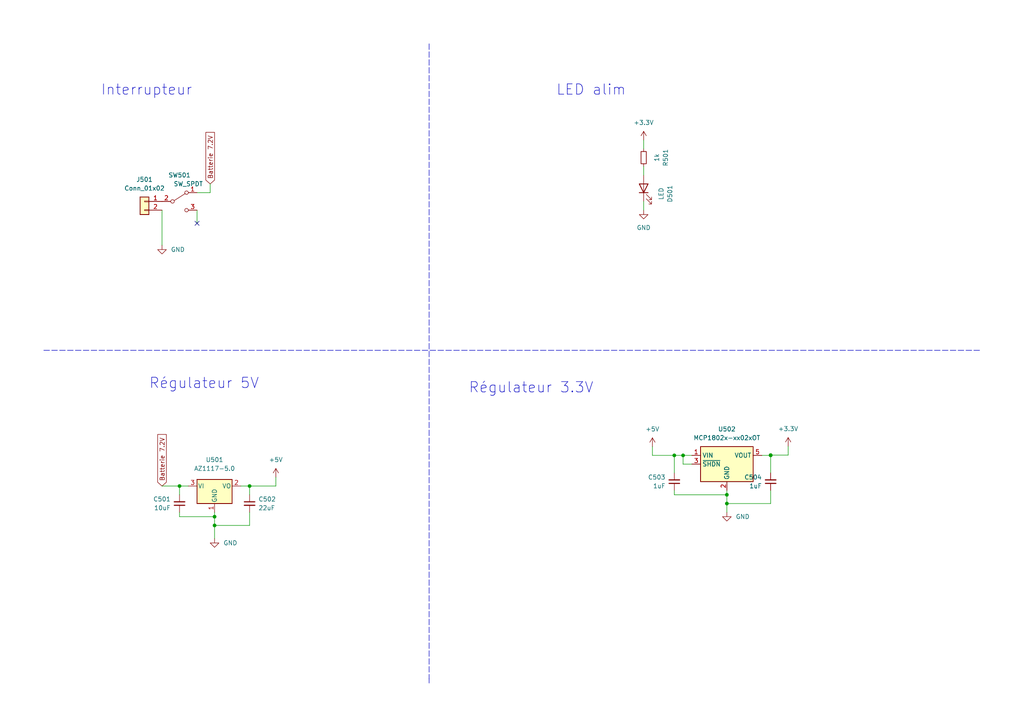
<source format=kicad_sch>
(kicad_sch (version 20211123) (generator eeschema)

  (uuid 818a72cf-d397-4513-a3a0-8481b9efa59a)

  (paper "A4")

  (lib_symbols
    (symbol "Connector_Generic:Conn_01x02" (pin_names (offset 1.016) hide) (in_bom yes) (on_board yes)
      (property "Reference" "J" (id 0) (at 0 2.54 0)
        (effects (font (size 1.27 1.27)))
      )
      (property "Value" "Conn_01x02" (id 1) (at 0 -5.08 0)
        (effects (font (size 1.27 1.27)))
      )
      (property "Footprint" "" (id 2) (at 0 0 0)
        (effects (font (size 1.27 1.27)) hide)
      )
      (property "Datasheet" "~" (id 3) (at 0 0 0)
        (effects (font (size 1.27 1.27)) hide)
      )
      (property "ki_keywords" "connector" (id 4) (at 0 0 0)
        (effects (font (size 1.27 1.27)) hide)
      )
      (property "ki_description" "Generic connector, single row, 01x02, script generated (kicad-library-utils/schlib/autogen/connector/)" (id 5) (at 0 0 0)
        (effects (font (size 1.27 1.27)) hide)
      )
      (property "ki_fp_filters" "Connector*:*_1x??_*" (id 6) (at 0 0 0)
        (effects (font (size 1.27 1.27)) hide)
      )
      (symbol "Conn_01x02_1_1"
        (rectangle (start -1.27 -2.413) (end 0 -2.667)
          (stroke (width 0.1524) (type default) (color 0 0 0 0))
          (fill (type none))
        )
        (rectangle (start -1.27 0.127) (end 0 -0.127)
          (stroke (width 0.1524) (type default) (color 0 0 0 0))
          (fill (type none))
        )
        (rectangle (start -1.27 1.27) (end 1.27 -3.81)
          (stroke (width 0.254) (type default) (color 0 0 0 0))
          (fill (type background))
        )
        (pin passive line (at -5.08 0 0) (length 3.81)
          (name "Pin_1" (effects (font (size 1.27 1.27))))
          (number "1" (effects (font (size 1.27 1.27))))
        )
        (pin passive line (at -5.08 -2.54 0) (length 3.81)
          (name "Pin_2" (effects (font (size 1.27 1.27))))
          (number "2" (effects (font (size 1.27 1.27))))
        )
      )
    )
    (symbol "Device:C_Small" (pin_numbers hide) (pin_names (offset 0.254) hide) (in_bom yes) (on_board yes)
      (property "Reference" "C" (id 0) (at 0.254 1.778 0)
        (effects (font (size 1.27 1.27)) (justify left))
      )
      (property "Value" "C_Small" (id 1) (at 0.254 -2.032 0)
        (effects (font (size 1.27 1.27)) (justify left))
      )
      (property "Footprint" "" (id 2) (at 0 0 0)
        (effects (font (size 1.27 1.27)) hide)
      )
      (property "Datasheet" "~" (id 3) (at 0 0 0)
        (effects (font (size 1.27 1.27)) hide)
      )
      (property "ki_keywords" "capacitor cap" (id 4) (at 0 0 0)
        (effects (font (size 1.27 1.27)) hide)
      )
      (property "ki_description" "Unpolarized capacitor, small symbol" (id 5) (at 0 0 0)
        (effects (font (size 1.27 1.27)) hide)
      )
      (property "ki_fp_filters" "C_*" (id 6) (at 0 0 0)
        (effects (font (size 1.27 1.27)) hide)
      )
      (symbol "C_Small_0_1"
        (polyline
          (pts
            (xy -1.524 -0.508)
            (xy 1.524 -0.508)
          )
          (stroke (width 0.3302) (type default) (color 0 0 0 0))
          (fill (type none))
        )
        (polyline
          (pts
            (xy -1.524 0.508)
            (xy 1.524 0.508)
          )
          (stroke (width 0.3048) (type default) (color 0 0 0 0))
          (fill (type none))
        )
      )
      (symbol "C_Small_1_1"
        (pin passive line (at 0 2.54 270) (length 2.032)
          (name "~" (effects (font (size 1.27 1.27))))
          (number "1" (effects (font (size 1.27 1.27))))
        )
        (pin passive line (at 0 -2.54 90) (length 2.032)
          (name "~" (effects (font (size 1.27 1.27))))
          (number "2" (effects (font (size 1.27 1.27))))
        )
      )
    )
    (symbol "Device:LED" (pin_numbers hide) (pin_names (offset 1.016) hide) (in_bom yes) (on_board yes)
      (property "Reference" "D" (id 0) (at 0 2.54 0)
        (effects (font (size 1.27 1.27)))
      )
      (property "Value" "LED" (id 1) (at 0 -2.54 0)
        (effects (font (size 1.27 1.27)))
      )
      (property "Footprint" "" (id 2) (at 0 0 0)
        (effects (font (size 1.27 1.27)) hide)
      )
      (property "Datasheet" "~" (id 3) (at 0 0 0)
        (effects (font (size 1.27 1.27)) hide)
      )
      (property "ki_keywords" "LED diode" (id 4) (at 0 0 0)
        (effects (font (size 1.27 1.27)) hide)
      )
      (property "ki_description" "Light emitting diode" (id 5) (at 0 0 0)
        (effects (font (size 1.27 1.27)) hide)
      )
      (property "ki_fp_filters" "LED* LED_SMD:* LED_THT:*" (id 6) (at 0 0 0)
        (effects (font (size 1.27 1.27)) hide)
      )
      (symbol "LED_0_1"
        (polyline
          (pts
            (xy -1.27 -1.27)
            (xy -1.27 1.27)
          )
          (stroke (width 0.254) (type default) (color 0 0 0 0))
          (fill (type none))
        )
        (polyline
          (pts
            (xy -1.27 0)
            (xy 1.27 0)
          )
          (stroke (width 0) (type default) (color 0 0 0 0))
          (fill (type none))
        )
        (polyline
          (pts
            (xy 1.27 -1.27)
            (xy 1.27 1.27)
            (xy -1.27 0)
            (xy 1.27 -1.27)
          )
          (stroke (width 0.254) (type default) (color 0 0 0 0))
          (fill (type none))
        )
        (polyline
          (pts
            (xy -3.048 -0.762)
            (xy -4.572 -2.286)
            (xy -3.81 -2.286)
            (xy -4.572 -2.286)
            (xy -4.572 -1.524)
          )
          (stroke (width 0) (type default) (color 0 0 0 0))
          (fill (type none))
        )
        (polyline
          (pts
            (xy -1.778 -0.762)
            (xy -3.302 -2.286)
            (xy -2.54 -2.286)
            (xy -3.302 -2.286)
            (xy -3.302 -1.524)
          )
          (stroke (width 0) (type default) (color 0 0 0 0))
          (fill (type none))
        )
      )
      (symbol "LED_1_1"
        (pin passive line (at -3.81 0 0) (length 2.54)
          (name "K" (effects (font (size 1.27 1.27))))
          (number "1" (effects (font (size 1.27 1.27))))
        )
        (pin passive line (at 3.81 0 180) (length 2.54)
          (name "A" (effects (font (size 1.27 1.27))))
          (number "2" (effects (font (size 1.27 1.27))))
        )
      )
    )
    (symbol "Device:R_Small" (pin_numbers hide) (pin_names (offset 0.254) hide) (in_bom yes) (on_board yes)
      (property "Reference" "R" (id 0) (at 0.762 0.508 0)
        (effects (font (size 1.27 1.27)) (justify left))
      )
      (property "Value" "R_Small" (id 1) (at 0.762 -1.016 0)
        (effects (font (size 1.27 1.27)) (justify left))
      )
      (property "Footprint" "" (id 2) (at 0 0 0)
        (effects (font (size 1.27 1.27)) hide)
      )
      (property "Datasheet" "~" (id 3) (at 0 0 0)
        (effects (font (size 1.27 1.27)) hide)
      )
      (property "ki_keywords" "R resistor" (id 4) (at 0 0 0)
        (effects (font (size 1.27 1.27)) hide)
      )
      (property "ki_description" "Resistor, small symbol" (id 5) (at 0 0 0)
        (effects (font (size 1.27 1.27)) hide)
      )
      (property "ki_fp_filters" "R_*" (id 6) (at 0 0 0)
        (effects (font (size 1.27 1.27)) hide)
      )
      (symbol "R_Small_0_1"
        (rectangle (start -0.762 1.778) (end 0.762 -1.778)
          (stroke (width 0.2032) (type default) (color 0 0 0 0))
          (fill (type none))
        )
      )
      (symbol "R_Small_1_1"
        (pin passive line (at 0 2.54 270) (length 0.762)
          (name "~" (effects (font (size 1.27 1.27))))
          (number "1" (effects (font (size 1.27 1.27))))
        )
        (pin passive line (at 0 -2.54 90) (length 0.762)
          (name "~" (effects (font (size 1.27 1.27))))
          (number "2" (effects (font (size 1.27 1.27))))
        )
      )
    )
    (symbol "Regulator_Linear:AZ1117-5.0" (pin_names (offset 0.254)) (in_bom yes) (on_board yes)
      (property "Reference" "U" (id 0) (at -3.81 3.175 0)
        (effects (font (size 1.27 1.27)))
      )
      (property "Value" "AZ1117-5.0" (id 1) (at 0 3.175 0)
        (effects (font (size 1.27 1.27)) (justify left))
      )
      (property "Footprint" "" (id 2) (at 0 6.35 0)
        (effects (font (size 1.27 1.27) italic) hide)
      )
      (property "Datasheet" "https://www.diodes.com/assets/Datasheets/AZ1117.pdf" (id 3) (at 0 0 0)
        (effects (font (size 1.27 1.27)) hide)
      )
      (property "ki_keywords" "Fixed Voltage Regulator 1A Positive LDO" (id 4) (at 0 0 0)
        (effects (font (size 1.27 1.27)) hide)
      )
      (property "ki_description" "1A 20V Fixed LDO Linear Regulator, 5.0V, SOT-89/SOT-223/TO-220/TO-252/TO-263" (id 5) (at 0 0 0)
        (effects (font (size 1.27 1.27)) hide)
      )
      (property "ki_fp_filters" "SOT?223* SOT?89* TO?220* TO?252* TO?263*" (id 6) (at 0 0 0)
        (effects (font (size 1.27 1.27)) hide)
      )
      (symbol "AZ1117-5.0_0_1"
        (rectangle (start -5.08 1.905) (end 5.08 -5.08)
          (stroke (width 0.254) (type default) (color 0 0 0 0))
          (fill (type background))
        )
      )
      (symbol "AZ1117-5.0_1_1"
        (pin power_in line (at 0 -7.62 90) (length 2.54)
          (name "GND" (effects (font (size 1.27 1.27))))
          (number "1" (effects (font (size 1.27 1.27))))
        )
        (pin power_out line (at 7.62 0 180) (length 2.54)
          (name "VO" (effects (font (size 1.27 1.27))))
          (number "2" (effects (font (size 1.27 1.27))))
        )
        (pin power_in line (at -7.62 0 0) (length 2.54)
          (name "VI" (effects (font (size 1.27 1.27))))
          (number "3" (effects (font (size 1.27 1.27))))
        )
      )
    )
    (symbol "Regulator_Linear:MCP1802x-xx02xOT" (in_bom yes) (on_board yes)
      (property "Reference" "U" (id 0) (at -6.35 6.35 0)
        (effects (font (size 1.27 1.27)) (justify left))
      )
      (property "Value" "MCP1802x-xx02xOT" (id 1) (at 0 6.35 0)
        (effects (font (size 1.27 1.27)) (justify left))
      )
      (property "Footprint" "Package_TO_SOT_SMD:SOT-23-5" (id 2) (at -6.35 8.89 0)
        (effects (font (size 1.27 1.27) italic) (justify left) hide)
      )
      (property "Datasheet" "http://ww1.microchip.com/downloads/en/DeviceDoc/22053C.pdf" (id 3) (at 0 -2.54 0)
        (effects (font (size 1.27 1.27)) hide)
      )
      (property "ki_keywords" "LDO Linear Voltage Regulator" (id 4) (at 0 0 0)
        (effects (font (size 1.27 1.27)) hide)
      )
      (property "ki_description" "150mA, Tiny CMOS LDO With Shutdown, Fixed Voltage, SOT-23-5" (id 5) (at 0 0 0)
        (effects (font (size 1.27 1.27)) hide)
      )
      (property "ki_fp_filters" "SOT?23*" (id 6) (at 0 0 0)
        (effects (font (size 1.27 1.27)) hide)
      )
      (symbol "MCP1802x-xx02xOT_0_1"
        (rectangle (start -7.62 5.08) (end 7.62 -5.08)
          (stroke (width 0.254) (type default) (color 0 0 0 0))
          (fill (type background))
        )
      )
      (symbol "MCP1802x-xx02xOT_1_1"
        (pin power_in line (at -10.16 2.54 0) (length 2.54)
          (name "VIN" (effects (font (size 1.27 1.27))))
          (number "1" (effects (font (size 1.27 1.27))))
        )
        (pin power_in line (at 0 -7.62 90) (length 2.54)
          (name "GND" (effects (font (size 1.27 1.27))))
          (number "2" (effects (font (size 1.27 1.27))))
        )
        (pin input line (at -10.16 0 0) (length 2.54)
          (name "~{SHDN}" (effects (font (size 1.27 1.27))))
          (number "3" (effects (font (size 1.27 1.27))))
        )
        (pin no_connect line (at 7.62 0 180) (length 2.54) hide
          (name "NC" (effects (font (size 1.27 1.27))))
          (number "4" (effects (font (size 1.27 1.27))))
        )
        (pin power_out line (at 10.16 2.54 180) (length 2.54)
          (name "VOUT" (effects (font (size 1.27 1.27))))
          (number "5" (effects (font (size 1.27 1.27))))
        )
      )
    )
    (symbol "Switch:SW_SPDT" (pin_names (offset 0) hide) (in_bom yes) (on_board yes)
      (property "Reference" "SW" (id 0) (at 0 4.318 0)
        (effects (font (size 1.27 1.27)))
      )
      (property "Value" "SW_SPDT" (id 1) (at 0 -5.08 0)
        (effects (font (size 1.27 1.27)))
      )
      (property "Footprint" "" (id 2) (at 0 0 0)
        (effects (font (size 1.27 1.27)) hide)
      )
      (property "Datasheet" "~" (id 3) (at 0 0 0)
        (effects (font (size 1.27 1.27)) hide)
      )
      (property "ki_keywords" "switch single-pole double-throw spdt ON-ON" (id 4) (at 0 0 0)
        (effects (font (size 1.27 1.27)) hide)
      )
      (property "ki_description" "Switch, single pole double throw" (id 5) (at 0 0 0)
        (effects (font (size 1.27 1.27)) hide)
      )
      (symbol "SW_SPDT_0_0"
        (circle (center -2.032 0) (radius 0.508)
          (stroke (width 0) (type default) (color 0 0 0 0))
          (fill (type none))
        )
        (circle (center 2.032 -2.54) (radius 0.508)
          (stroke (width 0) (type default) (color 0 0 0 0))
          (fill (type none))
        )
      )
      (symbol "SW_SPDT_0_1"
        (polyline
          (pts
            (xy -1.524 0.254)
            (xy 1.651 2.286)
          )
          (stroke (width 0) (type default) (color 0 0 0 0))
          (fill (type none))
        )
        (circle (center 2.032 2.54) (radius 0.508)
          (stroke (width 0) (type default) (color 0 0 0 0))
          (fill (type none))
        )
      )
      (symbol "SW_SPDT_1_1"
        (pin passive line (at 5.08 2.54 180) (length 2.54)
          (name "A" (effects (font (size 1.27 1.27))))
          (number "1" (effects (font (size 1.27 1.27))))
        )
        (pin passive line (at -5.08 0 0) (length 2.54)
          (name "B" (effects (font (size 1.27 1.27))))
          (number "2" (effects (font (size 1.27 1.27))))
        )
        (pin passive line (at 5.08 -2.54 180) (length 2.54)
          (name "C" (effects (font (size 1.27 1.27))))
          (number "3" (effects (font (size 1.27 1.27))))
        )
      )
    )
    (symbol "power:+3.3V" (power) (pin_names (offset 0)) (in_bom yes) (on_board yes)
      (property "Reference" "#PWR" (id 0) (at 0 -3.81 0)
        (effects (font (size 1.27 1.27)) hide)
      )
      (property "Value" "+3.3V" (id 1) (at 0 3.556 0)
        (effects (font (size 1.27 1.27)))
      )
      (property "Footprint" "" (id 2) (at 0 0 0)
        (effects (font (size 1.27 1.27)) hide)
      )
      (property "Datasheet" "" (id 3) (at 0 0 0)
        (effects (font (size 1.27 1.27)) hide)
      )
      (property "ki_keywords" "power-flag" (id 4) (at 0 0 0)
        (effects (font (size 1.27 1.27)) hide)
      )
      (property "ki_description" "Power symbol creates a global label with name \"+3.3V\"" (id 5) (at 0 0 0)
        (effects (font (size 1.27 1.27)) hide)
      )
      (symbol "+3.3V_0_1"
        (polyline
          (pts
            (xy -0.762 1.27)
            (xy 0 2.54)
          )
          (stroke (width 0) (type default) (color 0 0 0 0))
          (fill (type none))
        )
        (polyline
          (pts
            (xy 0 0)
            (xy 0 2.54)
          )
          (stroke (width 0) (type default) (color 0 0 0 0))
          (fill (type none))
        )
        (polyline
          (pts
            (xy 0 2.54)
            (xy 0.762 1.27)
          )
          (stroke (width 0) (type default) (color 0 0 0 0))
          (fill (type none))
        )
      )
      (symbol "+3.3V_1_1"
        (pin power_in line (at 0 0 90) (length 0) hide
          (name "+3.3V" (effects (font (size 1.27 1.27))))
          (number "1" (effects (font (size 1.27 1.27))))
        )
      )
    )
    (symbol "power:+5V" (power) (pin_names (offset 0)) (in_bom yes) (on_board yes)
      (property "Reference" "#PWR" (id 0) (at 0 -3.81 0)
        (effects (font (size 1.27 1.27)) hide)
      )
      (property "Value" "+5V" (id 1) (at 0 3.556 0)
        (effects (font (size 1.27 1.27)))
      )
      (property "Footprint" "" (id 2) (at 0 0 0)
        (effects (font (size 1.27 1.27)) hide)
      )
      (property "Datasheet" "" (id 3) (at 0 0 0)
        (effects (font (size 1.27 1.27)) hide)
      )
      (property "ki_keywords" "power-flag" (id 4) (at 0 0 0)
        (effects (font (size 1.27 1.27)) hide)
      )
      (property "ki_description" "Power symbol creates a global label with name \"+5V\"" (id 5) (at 0 0 0)
        (effects (font (size 1.27 1.27)) hide)
      )
      (symbol "+5V_0_1"
        (polyline
          (pts
            (xy -0.762 1.27)
            (xy 0 2.54)
          )
          (stroke (width 0) (type default) (color 0 0 0 0))
          (fill (type none))
        )
        (polyline
          (pts
            (xy 0 0)
            (xy 0 2.54)
          )
          (stroke (width 0) (type default) (color 0 0 0 0))
          (fill (type none))
        )
        (polyline
          (pts
            (xy 0 2.54)
            (xy 0.762 1.27)
          )
          (stroke (width 0) (type default) (color 0 0 0 0))
          (fill (type none))
        )
      )
      (symbol "+5V_1_1"
        (pin power_in line (at 0 0 90) (length 0) hide
          (name "+5V" (effects (font (size 1.27 1.27))))
          (number "1" (effects (font (size 1.27 1.27))))
        )
      )
    )
    (symbol "power:GND" (power) (pin_names (offset 0)) (in_bom yes) (on_board yes)
      (property "Reference" "#PWR" (id 0) (at 0 -6.35 0)
        (effects (font (size 1.27 1.27)) hide)
      )
      (property "Value" "GND" (id 1) (at 0 -3.81 0)
        (effects (font (size 1.27 1.27)))
      )
      (property "Footprint" "" (id 2) (at 0 0 0)
        (effects (font (size 1.27 1.27)) hide)
      )
      (property "Datasheet" "" (id 3) (at 0 0 0)
        (effects (font (size 1.27 1.27)) hide)
      )
      (property "ki_keywords" "power-flag" (id 4) (at 0 0 0)
        (effects (font (size 1.27 1.27)) hide)
      )
      (property "ki_description" "Power symbol creates a global label with name \"GND\" , ground" (id 5) (at 0 0 0)
        (effects (font (size 1.27 1.27)) hide)
      )
      (symbol "GND_0_1"
        (polyline
          (pts
            (xy 0 0)
            (xy 0 -1.27)
            (xy 1.27 -1.27)
            (xy 0 -2.54)
            (xy -1.27 -1.27)
            (xy 0 -1.27)
          )
          (stroke (width 0) (type default) (color 0 0 0 0))
          (fill (type none))
        )
      )
      (symbol "GND_1_1"
        (pin power_in line (at 0 0 270) (length 0) hide
          (name "GND" (effects (font (size 1.27 1.27))))
          (number "1" (effects (font (size 1.27 1.27))))
        )
      )
    )
  )

  (junction (at 62.23 152.4) (diameter 0) (color 0 0 0 0)
    (uuid 3baea005-32b8-4708-a6fd-8b7d77dc15d8)
  )
  (junction (at 210.82 143.51) (diameter 0) (color 0 0 0 0)
    (uuid 50015533-0ccc-4f2c-beb0-5213dbba1925)
  )
  (junction (at 195.58 132.08) (diameter 0) (color 0 0 0 0)
    (uuid 85879806-939d-433c-b710-a49fd5ec9796)
  )
  (junction (at 223.52 132.08) (diameter 0) (color 0 0 0 0)
    (uuid 8d38b9b4-ec83-485b-9888-86e55d074141)
  )
  (junction (at 52.07 140.97) (diameter 0) (color 0 0 0 0)
    (uuid 8e37033f-713f-4ac4-8c0a-3f6e5e036d32)
  )
  (junction (at 62.23 149.86) (diameter 0) (color 0 0 0 0)
    (uuid b06077fc-4dee-4129-a085-ab64e6f3ab24)
  )
  (junction (at 72.39 140.97) (diameter 0) (color 0 0 0 0)
    (uuid b2bd39f8-8f8f-4ab6-97d1-560ac27a0dea)
  )
  (junction (at 223.5209 131.9982) (diameter 0) (color 0 0 0 0)
    (uuid c1a76de1-3241-4145-92e0-5303d529c1f7)
  )
  (junction (at 198.12 132.08) (diameter 0) (color 0 0 0 0)
    (uuid c71ef17c-bd36-45a5-8779-6d1932121ab1)
  )
  (junction (at 210.82 146.05) (diameter 0) (color 0 0 0 0)
    (uuid e2df1979-53d7-4ed8-858b-4b9816d97da7)
  )

  (no_connect (at 57.15 64.77) (uuid e0722816-fd17-4be5-ae92-bf42e632de72))

  (polyline (pts (xy 124.46 196.85) (xy 124.46 198.12))
    (stroke (width 0) (type default) (color 0 0 0 0))
    (uuid 07252f3a-dc5f-4d98-b4a2-54ba65018662)
  )

  (wire (pts (xy 52.07 140.97) (xy 54.61 140.97))
    (stroke (width 0) (type default) (color 0 0 0 0))
    (uuid 0ca77de2-9dc0-4c9f-a03f-343cc42a0240)
  )
  (wire (pts (xy 46.99 140.97) (xy 52.07 140.97))
    (stroke (width 0) (type default) (color 0 0 0 0))
    (uuid 11d1fb66-3806-44a0-ab11-e6dfb24c670b)
  )
  (wire (pts (xy 60.96 53.34) (xy 60.96 55.88))
    (stroke (width 0) (type default) (color 0 0 0 0))
    (uuid 1c2e7a85-2bc8-4035-9b45-7df9cb127bf1)
  )
  (wire (pts (xy 52.07 148.59) (xy 52.07 149.86))
    (stroke (width 0) (type default) (color 0 0 0 0))
    (uuid 20fda929-817c-485a-8b92-3607daa661a1)
  )
  (wire (pts (xy 62.23 149.86) (xy 62.23 148.59))
    (stroke (width 0) (type default) (color 0 0 0 0))
    (uuid 37df883f-6bb1-4e03-89d0-7b922f16e4b4)
  )
  (polyline (pts (xy 124.46 12.7) (xy 124.46 196.85))
    (stroke (width 0) (type default) (color 0 0 0 0))
    (uuid 4acf0eb4-59b4-4834-854e-9798666526f6)
  )

  (wire (pts (xy 228.6009 129.4582) (xy 228.6009 131.9982))
    (stroke (width 0) (type default) (color 0 0 0 0))
    (uuid 4cceaa47-5bd1-4051-850b-14762502ae7c)
  )
  (wire (pts (xy 72.39 148.59) (xy 72.39 152.4))
    (stroke (width 0) (type default) (color 0 0 0 0))
    (uuid 4de5038f-9a7b-40b4-83fc-08595493ffb2)
  )
  (wire (pts (xy 69.85 140.97) (xy 72.39 140.97))
    (stroke (width 0) (type default) (color 0 0 0 0))
    (uuid 4df6ac6a-6cfa-43b5-8dda-b28b6e48fe41)
  )
  (wire (pts (xy 195.58 132.08) (xy 195.58 137.16))
    (stroke (width 0) (type default) (color 0 0 0 0))
    (uuid 50cc3527-8d90-403b-9dbd-5b7b99761427)
  )
  (wire (pts (xy 198.12 134.62) (xy 198.12 132.08))
    (stroke (width 0) (type default) (color 0 0 0 0))
    (uuid 524b5c96-1360-4ea2-921d-6c08f9358bcc)
  )
  (wire (pts (xy 57.15 60.96) (xy 57.15 64.77))
    (stroke (width 0) (type default) (color 0 0 0 0))
    (uuid 566e7893-04ab-4aa2-82fc-9bc0e7b323ef)
  )
  (wire (pts (xy 220.98 132.08) (xy 223.52 132.08))
    (stroke (width 0) (type default) (color 0 0 0 0))
    (uuid 584e01ef-3951-4fa9-83f6-25ddb6473299)
  )
  (wire (pts (xy 72.39 140.97) (xy 72.39 143.51))
    (stroke (width 0) (type default) (color 0 0 0 0))
    (uuid 5b1faba7-4872-44cd-b41c-caef33ada8f3)
  )
  (wire (pts (xy 210.82 146.05) (xy 210.82 143.51))
    (stroke (width 0) (type default) (color 0 0 0 0))
    (uuid 6bad03bd-b1a0-477b-94c1-9e4623031d86)
  )
  (wire (pts (xy 223.52 132.08) (xy 223.52 137.16))
    (stroke (width 0) (type default) (color 0 0 0 0))
    (uuid 6caace13-8b9e-4f07-bde8-11916ffce567)
  )
  (wire (pts (xy 186.69 58.42) (xy 186.69 60.96))
    (stroke (width 0) (type default) (color 0 0 0 0))
    (uuid 7f8f7703-5df1-45fb-bfa5-38c6fe143eeb)
  )
  (wire (pts (xy 72.39 140.97) (xy 80.01 140.97))
    (stroke (width 0) (type default) (color 0 0 0 0))
    (uuid 8140254c-37ce-4bab-93bf-0be070c7ce79)
  )
  (wire (pts (xy 52.07 149.86) (xy 62.23 149.86))
    (stroke (width 0) (type default) (color 0 0 0 0))
    (uuid 87f06e7c-99b3-4b89-8faf-20565268a2f5)
  )
  (wire (pts (xy 223.52 142.24) (xy 223.52 146.05))
    (stroke (width 0) (type default) (color 0 0 0 0))
    (uuid 8a3a16f9-25c5-4c95-ad87-c00d99717932)
  )
  (wire (pts (xy 62.23 156.21) (xy 62.23 152.4))
    (stroke (width 0) (type default) (color 0 0 0 0))
    (uuid 92e1a4e6-1a7b-475e-b06a-b7e1691266ed)
  )
  (wire (pts (xy 72.39 152.4) (xy 62.23 152.4))
    (stroke (width 0) (type default) (color 0 0 0 0))
    (uuid 9503e7a0-d2af-40b0-a3a8-3b538284344f)
  )
  (polyline (pts (xy 12.7 101.6) (xy 284.48 101.6))
    (stroke (width 0) (type default) (color 0 0 0 0))
    (uuid 96ed2b15-b2f7-4052-9e37-2bb90c499650)
  )

  (wire (pts (xy 186.69 48.26) (xy 186.69 50.8))
    (stroke (width 0) (type default) (color 0 0 0 0))
    (uuid 9b74ec1b-f743-41d3-bb73-bded20f0a7ea)
  )
  (wire (pts (xy 223.52 146.05) (xy 210.82 146.05))
    (stroke (width 0) (type default) (color 0 0 0 0))
    (uuid 9d60d56c-0a6c-4bf5-9a64-5f48bf90f4d3)
  )
  (wire (pts (xy 223.5209 131.9982) (xy 228.6009 131.9982))
    (stroke (width 0) (type default) (color 0 0 0 0))
    (uuid b055e1c6-f719-4411-a223-61a3cc09b942)
  )
  (wire (pts (xy 62.23 152.4) (xy 62.23 149.86))
    (stroke (width 0) (type default) (color 0 0 0 0))
    (uuid b226fb51-1b43-4a80-9d45-68bfaeef3816)
  )
  (wire (pts (xy 200.66 134.62) (xy 198.12 134.62))
    (stroke (width 0) (type default) (color 0 0 0 0))
    (uuid b254d996-feca-44c5-a604-cd011af0113a)
  )
  (wire (pts (xy 210.82 148.59) (xy 210.82 146.05))
    (stroke (width 0) (type default) (color 0 0 0 0))
    (uuid b31ec8e7-0fd5-43c6-8340-66ef218b8d38)
  )
  (wire (pts (xy 195.58 143.51) (xy 210.82 143.51))
    (stroke (width 0) (type default) (color 0 0 0 0))
    (uuid b41f1de4-ed2e-4142-984d-4f276691ef77)
  )
  (wire (pts (xy 195.58 132.08) (xy 198.12 132.08))
    (stroke (width 0) (type default) (color 0 0 0 0))
    (uuid bc068eb9-6a7b-4606-8198-cc73683cdd50)
  )
  (wire (pts (xy 52.07 143.51) (xy 52.07 140.97))
    (stroke (width 0) (type default) (color 0 0 0 0))
    (uuid c156e50e-6143-4552-a554-c81a61c690a5)
  )
  (wire (pts (xy 189.23 132.08) (xy 195.58 132.08))
    (stroke (width 0) (type default) (color 0 0 0 0))
    (uuid c7a3c71b-1f0c-428b-9085-6fa81112d6db)
  )
  (wire (pts (xy 80.01 138.43) (xy 80.01 140.97))
    (stroke (width 0) (type default) (color 0 0 0 0))
    (uuid c85f061d-a4fe-48c0-99ff-de8de905e3e4)
  )
  (wire (pts (xy 210.82 143.51) (xy 210.82 142.24))
    (stroke (width 0) (type default) (color 0 0 0 0))
    (uuid c9c29276-d0bd-4d24-9b20-6ec504ffe335)
  )
  (wire (pts (xy 198.12 132.08) (xy 200.66 132.08))
    (stroke (width 0) (type default) (color 0 0 0 0))
    (uuid cb133852-df1e-4222-a5df-b0a88b369292)
  )
  (wire (pts (xy 189.23 129.54) (xy 189.23 132.08))
    (stroke (width 0) (type default) (color 0 0 0 0))
    (uuid cc49c088-52c6-4e22-b68d-6d027b4b7348)
  )
  (wire (pts (xy 57.15 55.88) (xy 60.96 55.88))
    (stroke (width 0) (type default) (color 0 0 0 0))
    (uuid d08d2ced-aeb2-42a0-8140-8a56e8615d9d)
  )
  (wire (pts (xy 195.58 142.24) (xy 195.58 143.51))
    (stroke (width 0) (type default) (color 0 0 0 0))
    (uuid ee2aefab-4728-47e7-ac3b-2d321766d7f4)
  )
  (wire (pts (xy 46.99 60.96) (xy 46.99 71.12))
    (stroke (width 0) (type default) (color 0 0 0 0))
    (uuid f39fd107-8a01-4305-9f0f-0e2538fae0db)
  )
  (wire (pts (xy 186.69 40.64) (xy 186.69 43.18))
    (stroke (width 0) (type default) (color 0 0 0 0))
    (uuid fe3b4247-d0ad-4347-88bf-1a0fabc895dc)
  )

  (text "Interrupteur\n" (at 29.21 27.94 0)
    (effects (font (size 3 3)) (justify left bottom))
    (uuid 08971164-ef87-48a6-8032-748ad570aac9)
  )
  (text "Régulateur 5V\n" (at 43.18 113.03 0)
    (effects (font (size 3 3)) (justify left bottom))
    (uuid 0dc9cf96-79cf-4d7a-b116-ff2b0362fd31)
  )
  (text "LED alim\n" (at 161.29 27.94 0)
    (effects (font (size 3 3)) (justify left bottom))
    (uuid 431deb7b-25f0-46ae-8493-9d1db28a6252)
  )
  (text "Régulateur 3.3V\n" (at 135.89 114.3 0)
    (effects (font (size 3 3)) (justify left bottom))
    (uuid e48115b3-6b7d-4256-a2e0-fcb89a1817d8)
  )

  (global_label "Batterie 7.2V" (shape input) (at 46.99 140.97 90) (fields_autoplaced)
    (effects (font (size 1.27 1.27)) (justify left))
    (uuid 65c46be2-58b8-4fbb-8829-3a1b0b8545cd)
    (property "Intersheet References" "${INTERSHEET_REFS}" (id 0) (at 46.9106 126.0383 90)
      (effects (font (size 1.27 1.27)) (justify left) hide)
    )
  )
  (global_label "Batterie 7.2V" (shape input) (at 60.96 53.34 90) (fields_autoplaced)
    (effects (font (size 1.27 1.27)) (justify left))
    (uuid f141ad82-8623-46f0-9e59-e71f2637e0cd)
    (property "Intersheet References" "${INTERSHEET_REFS}" (id 0) (at 60.8806 38.4083 90)
      (effects (font (size 1.27 1.27)) (justify left) hide)
    )
  )

  (symbol (lib_id "Device:C_Small") (at 223.52 139.7 0) (mirror x) (unit 1)
    (in_bom yes) (on_board yes) (fields_autoplaced)
    (uuid 17adca7f-12b8-4228-93c6-8e2bc66f85b6)
    (property "Reference" "C504" (id 0) (at 220.98 138.4235 0)
      (effects (font (size 1.27 1.27)) (justify right))
    )
    (property "Value" "1uF" (id 1) (at 220.98 140.9635 0)
      (effects (font (size 1.27 1.27)) (justify right))
    )
    (property "Footprint" "Capacitor_SMD:C_0603_1608Metric_Pad1.08x0.95mm_HandSolder" (id 2) (at 223.52 139.7 0)
      (effects (font (size 1.27 1.27)) hide)
    )
    (property "Datasheet" "~" (id 3) (at 223.52 139.7 0)
      (effects (font (size 1.27 1.27)) hide)
    )
    (pin "1" (uuid bd07a84b-1efb-4c52-a7b5-bd4c8056ff5f))
    (pin "2" (uuid 412d2487-2065-4c5c-988f-419ca0cc038b))
  )

  (symbol (lib_id "Regulator_Linear:AZ1117-5.0") (at 62.23 140.97 0) (unit 1)
    (in_bom yes) (on_board yes) (fields_autoplaced)
    (uuid 1abb3bcb-2e2a-47e0-8e41-bb17f35121e4)
    (property "Reference" "U501" (id 0) (at 62.23 133.35 0))
    (property "Value" "AZ1117-5.0" (id 1) (at 62.23 135.89 0))
    (property "Footprint" "Package_TO_SOT_SMD:SOT-223-5" (id 2) (at 62.23 134.62 0)
      (effects (font (size 1.27 1.27) italic) hide)
    )
    (property "Datasheet" "https://www.diodes.com/assets/Datasheets/AZ1117.pdf" (id 3) (at 62.23 140.97 0)
      (effects (font (size 1.27 1.27)) hide)
    )
    (pin "1" (uuid fdc582ca-a65b-420a-aba1-cd8ac87ccfda))
    (pin "2" (uuid 2f5b1a98-0e21-4c6c-a133-45de6f4af332))
    (pin "3" (uuid 266a1519-50fc-427d-b51d-5f3801cc1877))
  )

  (symbol (lib_id "Connector_Generic:Conn_01x02") (at 41.91 58.42 0) (mirror y) (unit 1)
    (in_bom yes) (on_board yes) (fields_autoplaced)
    (uuid 37cf0c73-047c-4a9e-a290-3a2535c79c1a)
    (property "Reference" "J501" (id 0) (at 41.91 52.07 0))
    (property "Value" "Conn_01x02" (id 1) (at 41.91 54.61 0))
    (property "Footprint" "Connector_JST:JST_XH_B2B-XH-A_1x02_P2.50mm_Vertical" (id 2) (at 41.91 58.42 0)
      (effects (font (size 1.27 1.27)) hide)
    )
    (property "Datasheet" "~" (id 3) (at 41.91 58.42 0)
      (effects (font (size 1.27 1.27)) hide)
    )
    (pin "1" (uuid 6a28bb73-c58a-475c-a135-07105fb79752))
    (pin "2" (uuid f9f01f69-b1fb-4f96-914a-714a400839de))
  )

  (symbol (lib_id "Device:C_Small") (at 52.07 146.05 0) (mirror x) (unit 1)
    (in_bom yes) (on_board yes) (fields_autoplaced)
    (uuid 481870f9-13da-40ab-b60e-8781b272fd3c)
    (property "Reference" "C501" (id 0) (at 49.53 144.7735 0)
      (effects (font (size 1.27 1.27)) (justify right))
    )
    (property "Value" "10uF" (id 1) (at 49.53 147.3135 0)
      (effects (font (size 1.27 1.27)) (justify right))
    )
    (property "Footprint" "Capacitor_SMD:C_0603_1608Metric_Pad1.08x0.95mm_HandSolder" (id 2) (at 52.07 146.05 0)
      (effects (font (size 1.27 1.27)) hide)
    )
    (property "Datasheet" "~" (id 3) (at 52.07 146.05 0)
      (effects (font (size 1.27 1.27)) hide)
    )
    (pin "1" (uuid 0014114b-fb4f-461f-8dbb-cf95092e6845))
    (pin "2" (uuid d0a79a01-5d44-4e1d-93e5-191ec7131709))
  )

  (symbol (lib_id "Device:LED") (at 186.69 54.61 90) (unit 1)
    (in_bom yes) (on_board yes) (fields_autoplaced)
    (uuid 5576bf72-bee5-42a5-b48c-3544fa83f677)
    (property "Reference" "D501" (id 0) (at 194.31 56.1975 0))
    (property "Value" "LED" (id 1) (at 191.77 56.1975 0))
    (property "Footprint" "LED_SMD:LED_0603_1608Metric_Pad1.05x0.95mm_HandSolder" (id 2) (at 186.69 54.61 0)
      (effects (font (size 1.27 1.27)) hide)
    )
    (property "Datasheet" "~" (id 3) (at 186.69 54.61 0)
      (effects (font (size 1.27 1.27)) hide)
    )
    (pin "1" (uuid 7418394f-b51e-4caf-9a54-91fbfb1b86ff))
    (pin "2" (uuid 50e22cab-d758-4b09-883c-6206f5c493e2))
  )

  (symbol (lib_id "Switch:SW_SPDT") (at 52.07 58.42 0) (unit 1)
    (in_bom yes) (on_board yes)
    (uuid 56e31796-213f-4c2e-aeac-6b27a0669b5e)
    (property "Reference" "SW501" (id 0) (at 52.07 50.8 0))
    (property "Value" "SW_SPDT" (id 1) (at 54.61 53.34 0))
    (property "Footprint" "" (id 2) (at 52.07 58.42 0)
      (effects (font (size 1.27 1.27)) hide)
    )
    (property "Datasheet" "~" (id 3) (at 52.07 58.42 0)
      (effects (font (size 1.27 1.27)) hide)
    )
    (pin "1" (uuid 58c08bcb-fcd5-4fce-9cd0-46966f7dac69))
    (pin "2" (uuid d503532a-c509-4b00-887d-d1556b9a1a11))
    (pin "3" (uuid 57be5a13-bc76-4a39-a20d-29d6798dcbdc))
  )

  (symbol (lib_id "power:GND") (at 210.82 148.59 0) (mirror y) (unit 1)
    (in_bom yes) (on_board yes) (fields_autoplaced)
    (uuid 592a410d-c273-451b-b6bb-876bd3cbe621)
    (property "Reference" "#PWR0507" (id 0) (at 210.82 154.94 0)
      (effects (font (size 1.27 1.27)) hide)
    )
    (property "Value" "GND" (id 1) (at 213.36 149.8599 0)
      (effects (font (size 1.27 1.27)) (justify right))
    )
    (property "Footprint" "" (id 2) (at 210.82 148.59 0)
      (effects (font (size 1.27 1.27)) hide)
    )
    (property "Datasheet" "" (id 3) (at 210.82 148.59 0)
      (effects (font (size 1.27 1.27)) hide)
    )
    (pin "1" (uuid 256b43cc-b768-4ac0-86eb-f9e3bf355a94))
  )

  (symbol (lib_id "Device:C_Small") (at 195.58 139.7 0) (mirror x) (unit 1)
    (in_bom yes) (on_board yes) (fields_autoplaced)
    (uuid 780c9f08-639e-452a-8b5f-5ff8b7d070bc)
    (property "Reference" "C503" (id 0) (at 193.04 138.4235 0)
      (effects (font (size 1.27 1.27)) (justify right))
    )
    (property "Value" "1uF" (id 1) (at 193.04 140.9635 0)
      (effects (font (size 1.27 1.27)) (justify right))
    )
    (property "Footprint" "Capacitor_SMD:C_0603_1608Metric_Pad1.08x0.95mm_HandSolder" (id 2) (at 195.58 139.7 0)
      (effects (font (size 1.27 1.27)) hide)
    )
    (property "Datasheet" "~" (id 3) (at 195.58 139.7 0)
      (effects (font (size 1.27 1.27)) hide)
    )
    (pin "1" (uuid 9b580452-27d1-4bd0-bda2-9d156e5fa607))
    (pin "2" (uuid a906e92d-05d5-4986-9a39-49da74c12c45))
  )

  (symbol (lib_id "power:GND") (at 186.69 60.96 0) (unit 1)
    (in_bom yes) (on_board yes) (fields_autoplaced)
    (uuid 7afd1d1a-72a7-4552-9a2d-0ec11152f443)
    (property "Reference" "#PWR0505" (id 0) (at 186.69 67.31 0)
      (effects (font (size 1.27 1.27)) hide)
    )
    (property "Value" "GND" (id 1) (at 186.69 66.04 0))
    (property "Footprint" "" (id 2) (at 186.69 60.96 0)
      (effects (font (size 1.27 1.27)) hide)
    )
    (property "Datasheet" "" (id 3) (at 186.69 60.96 0)
      (effects (font (size 1.27 1.27)) hide)
    )
    (pin "1" (uuid df3c6301-d147-48ec-80fc-2c422bb749a5))
  )

  (symbol (lib_id "power:+3.3V") (at 186.69 40.64 0) (unit 1)
    (in_bom yes) (on_board yes) (fields_autoplaced)
    (uuid 9b266739-e38e-401b-8db2-398b74a310d2)
    (property "Reference" "#PWR0504" (id 0) (at 186.69 44.45 0)
      (effects (font (size 1.27 1.27)) hide)
    )
    (property "Value" "+3.3V" (id 1) (at 186.69 35.56 0))
    (property "Footprint" "" (id 2) (at 186.69 40.64 0)
      (effects (font (size 1.27 1.27)) hide)
    )
    (property "Datasheet" "" (id 3) (at 186.69 40.64 0)
      (effects (font (size 1.27 1.27)) hide)
    )
    (pin "1" (uuid b7e4c779-6e42-4c74-99d5-86a6d8ad6459))
  )

  (symbol (lib_id "power:+3.3V") (at 228.6009 129.4582 0) (unit 1)
    (in_bom yes) (on_board yes) (fields_autoplaced)
    (uuid a00cd581-e0b2-4388-b1a1-ebe57bcb1ca1)
    (property "Reference" "#PWR0508" (id 0) (at 228.6009 133.2682 0)
      (effects (font (size 1.27 1.27)) hide)
    )
    (property "Value" "+3.3V" (id 1) (at 228.6009 124.3782 0))
    (property "Footprint" "" (id 2) (at 228.6009 129.4582 0)
      (effects (font (size 1.27 1.27)) hide)
    )
    (property "Datasheet" "" (id 3) (at 228.6009 129.4582 0)
      (effects (font (size 1.27 1.27)) hide)
    )
    (pin "1" (uuid 087fd522-dda9-43e5-8ecd-f6bf81650e40))
  )

  (symbol (lib_id "Device:C_Small") (at 72.39 146.05 0) (unit 1)
    (in_bom yes) (on_board yes) (fields_autoplaced)
    (uuid ac7366a2-ad1f-4264-afb1-b12b3c8f1580)
    (property "Reference" "C502" (id 0) (at 74.93 144.7862 0)
      (effects (font (size 1.27 1.27)) (justify left))
    )
    (property "Value" "22uF" (id 1) (at 74.93 147.3262 0)
      (effects (font (size 1.27 1.27)) (justify left))
    )
    (property "Footprint" "Capacitor_SMD:C_0603_1608Metric_Pad1.08x0.95mm_HandSolder" (id 2) (at 72.39 146.05 0)
      (effects (font (size 1.27 1.27)) hide)
    )
    (property "Datasheet" "~" (id 3) (at 72.39 146.05 0)
      (effects (font (size 1.27 1.27)) hide)
    )
    (pin "1" (uuid cf86e3d7-403e-4b37-9c45-f5d6fcd1396d))
    (pin "2" (uuid 79acb4a5-c3d0-4fde-ba35-1362c62aba25))
  )

  (symbol (lib_id "power:+5V") (at 189.23 129.54 0) (unit 1)
    (in_bom yes) (on_board yes) (fields_autoplaced)
    (uuid baa49f16-265c-4f40-a439-0120ffb1592f)
    (property "Reference" "#PWR0506" (id 0) (at 189.23 133.35 0)
      (effects (font (size 1.27 1.27)) hide)
    )
    (property "Value" "+5V" (id 1) (at 189.23 124.46 0))
    (property "Footprint" "" (id 2) (at 189.23 129.54 0)
      (effects (font (size 1.27 1.27)) hide)
    )
    (property "Datasheet" "" (id 3) (at 189.23 129.54 0)
      (effects (font (size 1.27 1.27)) hide)
    )
    (pin "1" (uuid a50c3206-2809-4e31-9c2c-fdabbae0d3ef))
  )

  (symbol (lib_id "power:GND") (at 62.23 156.21 0) (mirror y) (unit 1)
    (in_bom yes) (on_board yes) (fields_autoplaced)
    (uuid c0c2d009-448e-4e63-b40f-0fa80c89d4eb)
    (property "Reference" "#PWR0502" (id 0) (at 62.23 162.56 0)
      (effects (font (size 1.27 1.27)) hide)
    )
    (property "Value" "GND" (id 1) (at 64.77 157.4799 0)
      (effects (font (size 1.27 1.27)) (justify right))
    )
    (property "Footprint" "" (id 2) (at 62.23 156.21 0)
      (effects (font (size 1.27 1.27)) hide)
    )
    (property "Datasheet" "" (id 3) (at 62.23 156.21 0)
      (effects (font (size 1.27 1.27)) hide)
    )
    (pin "1" (uuid e34b79be-e908-45d0-9632-02ee35e39413))
  )

  (symbol (lib_id "Device:R_Small") (at 186.69 45.72 180) (unit 1)
    (in_bom yes) (on_board yes) (fields_autoplaced)
    (uuid dd3db02c-2f0c-4b82-943b-d35626977c94)
    (property "Reference" "R501" (id 0) (at 193.04 45.72 90))
    (property "Value" "1k" (id 1) (at 190.5 45.72 90))
    (property "Footprint" "Resistor_SMD:R_0603_1608Metric_Pad0.98x0.95mm_HandSolder" (id 2) (at 186.69 45.72 0)
      (effects (font (size 1.27 1.27)) hide)
    )
    (property "Datasheet" "~" (id 3) (at 186.69 45.72 0)
      (effects (font (size 1.27 1.27)) hide)
    )
    (pin "1" (uuid b093e5e4-8d0e-4da9-bbac-bf7e532d6898))
    (pin "2" (uuid 265645d3-a7e7-4dfd-b9ce-a61d29dc95fc))
  )

  (symbol (lib_id "power:+5V") (at 80.01 138.43 0) (unit 1)
    (in_bom yes) (on_board yes) (fields_autoplaced)
    (uuid dfc75276-adac-4b27-9975-6b4b73547a97)
    (property "Reference" "#PWR0503" (id 0) (at 80.01 142.24 0)
      (effects (font (size 1.27 1.27)) hide)
    )
    (property "Value" "+5V" (id 1) (at 80.01 133.35 0))
    (property "Footprint" "" (id 2) (at 80.01 138.43 0)
      (effects (font (size 1.27 1.27)) hide)
    )
    (property "Datasheet" "" (id 3) (at 80.01 138.43 0)
      (effects (font (size 1.27 1.27)) hide)
    )
    (pin "1" (uuid 40f025ca-b008-4198-a058-ae4fe993f46a))
  )

  (symbol (lib_id "power:GND") (at 46.99 71.12 0) (mirror y) (unit 1)
    (in_bom yes) (on_board yes) (fields_autoplaced)
    (uuid f0b67b7f-5cf7-4a1f-9266-2d2954353955)
    (property "Reference" "#PWR0501" (id 0) (at 46.99 77.47 0)
      (effects (font (size 1.27 1.27)) hide)
    )
    (property "Value" "GND" (id 1) (at 49.53 72.3899 0)
      (effects (font (size 1.27 1.27)) (justify right))
    )
    (property "Footprint" "" (id 2) (at 46.99 71.12 0)
      (effects (font (size 1.27 1.27)) hide)
    )
    (property "Datasheet" "" (id 3) (at 46.99 71.12 0)
      (effects (font (size 1.27 1.27)) hide)
    )
    (pin "1" (uuid d539e227-f77b-449b-a9a5-e983ded3132d))
  )

  (symbol (lib_id "Regulator_Linear:MCP1802x-xx02xOT") (at 210.82 134.62 0) (unit 1)
    (in_bom yes) (on_board yes) (fields_autoplaced)
    (uuid f65f5cb0-be5b-41c9-ab5e-69b40000b5e3)
    (property "Reference" "U502" (id 0) (at 210.82 124.46 0))
    (property "Value" "MCP1802x-xx02xOT" (id 1) (at 210.82 127 0))
    (property "Footprint" "Package_TO_SOT_SMD:SOT-23-5" (id 2) (at 204.47 125.73 0)
      (effects (font (size 1.27 1.27) italic) (justify left) hide)
    )
    (property "Datasheet" "http://ww1.microchip.com/downloads/en/DeviceDoc/22053C.pdf" (id 3) (at 210.82 137.16 0)
      (effects (font (size 1.27 1.27)) hide)
    )
    (pin "1" (uuid aade2f5b-2191-4974-8601-9516f197a5f0))
    (pin "2" (uuid 568fd31c-440e-482e-99ac-1b3bfbaec008))
    (pin "3" (uuid 279f753f-59da-4ae6-bbce-bba62d00c00d))
    (pin "4" (uuid 213ee2e2-6907-4ae6-b0ab-cf9af636fd34))
    (pin "5" (uuid ccd4dbad-1866-4f99-8330-819ee2398823))
  )
)

</source>
